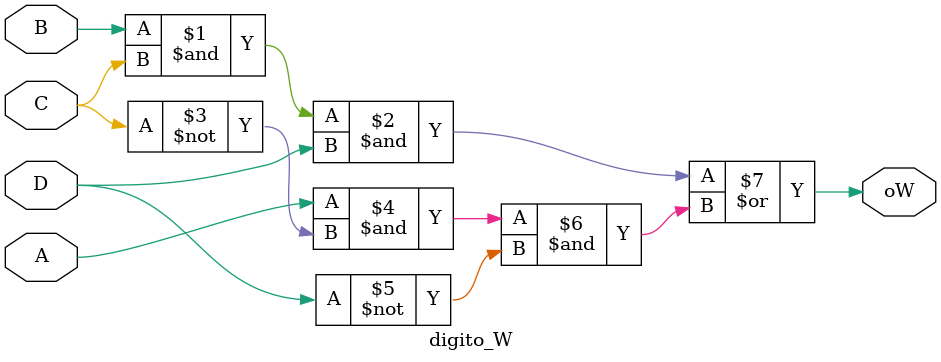
<source format=v>
module digito_W (
    input A, input B, input C, input D, output oW
);
    assign oW = B & C & D | A & ~C & ~D;
    
endmodule
</source>
